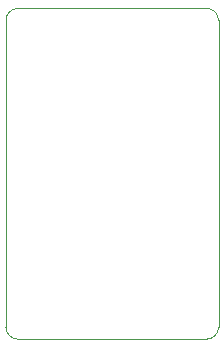
<source format=gm1>
G04 #@! TF.FileFunction,Profile,NP*
%FSLAX46Y46*%
G04 Gerber Fmt 4.6, Leading zero omitted, Abs format (unit mm)*
G04 Created by KiCad (PCBNEW 4.0.5) date Sat Mar 11 22:07:51 2017*
%MOMM*%
%LPD*%
G01*
G04 APERTURE LIST*
%ADD10C,0.101600*%
%ADD11C,0.100000*%
G04 APERTURE END LIST*
D10*
D11*
X61000000Y-25000000D02*
G75*
G03X60000000Y-24000000I-1000000J0D01*
G01*
X44000000Y-24000000D02*
G75*
G03X43000000Y-25000000I0J-1000000D01*
G01*
X60000000Y-52000000D02*
G75*
G03X61000000Y-51000000I0J1000000D01*
G01*
X43000000Y-51000000D02*
G75*
G03X44000000Y-52000000I1000000J0D01*
G01*
X43000000Y-51000000D02*
X43000000Y-25000000D01*
X60000000Y-52000000D02*
X44000000Y-52000000D01*
X61000000Y-25000000D02*
X61000000Y-51000000D01*
X44000000Y-24000000D02*
X60000000Y-24000000D01*
M02*

</source>
